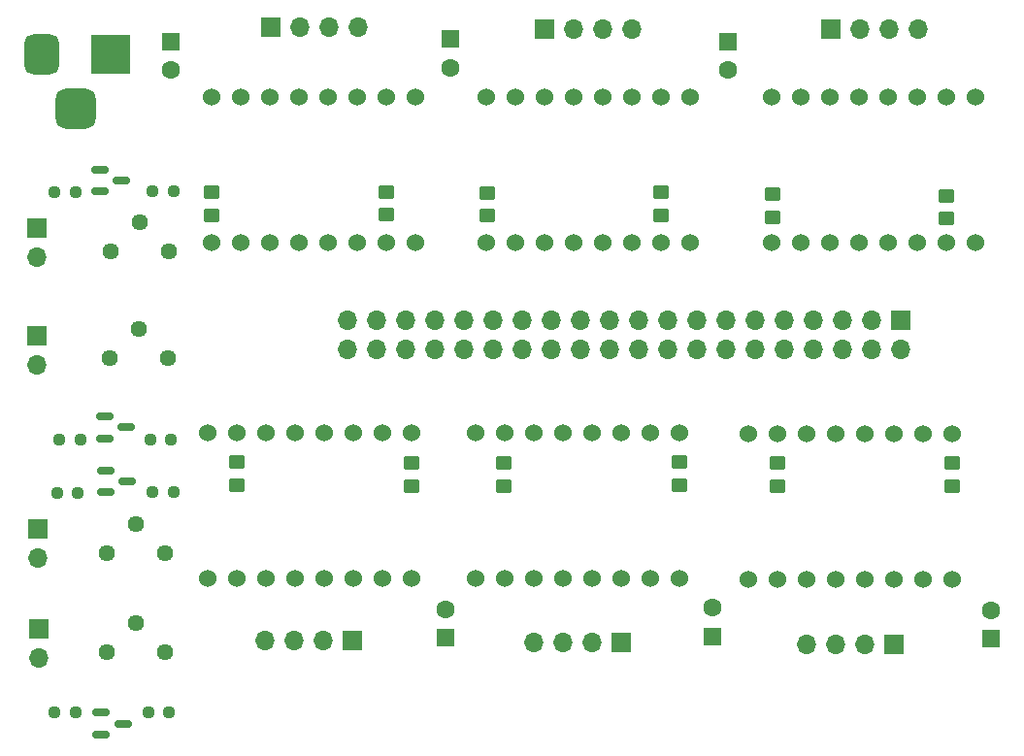
<source format=gts>
G04 #@! TF.GenerationSoftware,KiCad,Pcbnew,(6.0.7)*
G04 #@! TF.CreationDate,2023-03-01T16:32:28+09:00*
G04 #@! TF.ProjectId,main,6d61696e-2e6b-4696-9361-645f70636258,rev?*
G04 #@! TF.SameCoordinates,Original*
G04 #@! TF.FileFunction,Soldermask,Top*
G04 #@! TF.FilePolarity,Negative*
%FSLAX46Y46*%
G04 Gerber Fmt 4.6, Leading zero omitted, Abs format (unit mm)*
G04 Created by KiCad (PCBNEW (6.0.7)) date 2023-03-01 16:32:28*
%MOMM*%
%LPD*%
G01*
G04 APERTURE LIST*
G04 Aperture macros list*
%AMRoundRect*
0 Rectangle with rounded corners*
0 $1 Rounding radius*
0 $2 $3 $4 $5 $6 $7 $8 $9 X,Y pos of 4 corners*
0 Add a 4 corners polygon primitive as box body*
4,1,4,$2,$3,$4,$5,$6,$7,$8,$9,$2,$3,0*
0 Add four circle primitives for the rounded corners*
1,1,$1+$1,$2,$3*
1,1,$1+$1,$4,$5*
1,1,$1+$1,$6,$7*
1,1,$1+$1,$8,$9*
0 Add four rect primitives between the rounded corners*
20,1,$1+$1,$2,$3,$4,$5,0*
20,1,$1+$1,$4,$5,$6,$7,0*
20,1,$1+$1,$6,$7,$8,$9,0*
20,1,$1+$1,$8,$9,$2,$3,0*%
G04 Aperture macros list end*
%ADD10R,3.500000X3.500000*%
%ADD11RoundRect,0.750000X-0.750000X-1.000000X0.750000X-1.000000X0.750000X1.000000X-0.750000X1.000000X0*%
%ADD12RoundRect,0.875000X-0.875000X-0.875000X0.875000X-0.875000X0.875000X0.875000X-0.875000X0.875000X0*%
%ADD13RoundRect,0.250000X0.450000X-0.350000X0.450000X0.350000X-0.450000X0.350000X-0.450000X-0.350000X0*%
%ADD14RoundRect,0.237500X0.250000X0.237500X-0.250000X0.237500X-0.250000X-0.237500X0.250000X-0.237500X0*%
%ADD15RoundRect,0.150000X-0.587500X-0.150000X0.587500X-0.150000X0.587500X0.150000X-0.587500X0.150000X0*%
%ADD16RoundRect,0.237500X-0.250000X-0.237500X0.250000X-0.237500X0.250000X0.237500X-0.250000X0.237500X0*%
%ADD17R,1.700000X1.700000*%
%ADD18O,1.700000X1.700000*%
%ADD19RoundRect,0.250000X-0.450000X0.350000X-0.450000X-0.350000X0.450000X-0.350000X0.450000X0.350000X0*%
%ADD20C,1.440000*%
%ADD21R,1.600000X1.600000*%
%ADD22C,1.600000*%
%ADD23C,1.524000*%
G04 APERTURE END LIST*
D10*
X108775000Y-74867500D03*
D11*
X102775000Y-74867500D03*
D12*
X105775000Y-79567500D03*
D13*
X158425000Y-112425000D03*
X158425000Y-110425000D03*
D14*
X106162500Y-108500000D03*
X104337500Y-108500000D03*
D15*
X107987500Y-132300000D03*
X107987500Y-134200000D03*
X109862500Y-133250000D03*
X108362500Y-111175000D03*
X108362500Y-113075000D03*
X110237500Y-112125000D03*
D16*
X112462500Y-113025000D03*
X114287500Y-113025000D03*
X103912500Y-86850000D03*
X105737500Y-86850000D03*
X112250000Y-108500000D03*
X114075000Y-108500000D03*
D14*
X114262500Y-86800000D03*
X112437500Y-86800000D03*
D17*
X102350000Y-90000000D03*
D18*
X102350000Y-92540000D03*
D19*
X141625000Y-86950000D03*
X141625000Y-88950000D03*
D13*
X156775000Y-88875000D03*
X156775000Y-86875000D03*
D14*
X113887500Y-132275000D03*
X112062500Y-132275000D03*
D13*
X181700000Y-89200000D03*
X181700000Y-87200000D03*
D20*
X113575000Y-118350000D03*
X111035000Y-115810000D03*
X108495000Y-118350000D03*
D19*
X119825000Y-110450000D03*
X119825000Y-112450000D03*
D21*
X162675000Y-73725000D03*
D22*
X162675000Y-76225000D03*
D23*
X141560000Y-91275000D03*
X144100000Y-91275000D03*
X146640000Y-91275000D03*
X149180000Y-91275000D03*
X151720000Y-91275000D03*
X154260000Y-91275000D03*
X156800000Y-91275000D03*
X159340000Y-91275000D03*
X141560000Y-78575000D03*
X144100000Y-78575000D03*
X146640000Y-78575000D03*
X149180000Y-78575000D03*
X151720000Y-78575000D03*
X154260000Y-78575000D03*
X156800000Y-78575000D03*
X159340000Y-78575000D03*
D13*
X132850000Y-88850000D03*
X132850000Y-86850000D03*
D21*
X161275000Y-125655100D03*
D22*
X161275000Y-123155100D03*
D16*
X103912500Y-132275000D03*
X105737500Y-132275000D03*
D20*
X113575000Y-127000000D03*
X111035000Y-124460000D03*
X108495000Y-127000000D03*
D23*
X117630000Y-91275000D03*
X120170000Y-91275000D03*
X122710000Y-91275000D03*
X125250000Y-91275000D03*
X127790000Y-91275000D03*
X130330000Y-91275000D03*
X132870000Y-91275000D03*
X135410000Y-91275000D03*
X117630000Y-78575000D03*
X120170000Y-78575000D03*
X122710000Y-78575000D03*
X125250000Y-78575000D03*
X127790000Y-78575000D03*
X130330000Y-78575000D03*
X132870000Y-78575000D03*
X135410000Y-78575000D03*
D15*
X107837500Y-84925000D03*
X107837500Y-86825000D03*
X109712500Y-85875000D03*
D17*
X102450000Y-116300000D03*
D18*
X102450000Y-118840000D03*
D19*
X166925000Y-110500000D03*
X166925000Y-112500000D03*
D23*
X135025000Y-107900000D03*
X132485000Y-107900000D03*
X129945000Y-107900000D03*
X127405000Y-107900000D03*
X124865000Y-107900000D03*
X122325000Y-107900000D03*
X119785000Y-107900000D03*
X117245000Y-107900000D03*
X135025000Y-120600000D03*
X132485000Y-120600000D03*
X129945000Y-120600000D03*
X127405000Y-120600000D03*
X124865000Y-120600000D03*
X122325000Y-120600000D03*
X119785000Y-120600000D03*
X117245000Y-120600000D03*
D15*
X108312500Y-106450000D03*
X108312500Y-108350000D03*
X110187500Y-107400000D03*
D23*
X166475000Y-91275000D03*
X169015000Y-91275000D03*
X171555000Y-91275000D03*
X174095000Y-91275000D03*
X176635000Y-91275000D03*
X179175000Y-91275000D03*
X181715000Y-91275000D03*
X184255000Y-91275000D03*
X166475000Y-78575000D03*
X169015000Y-78575000D03*
X171555000Y-78575000D03*
X174095000Y-78575000D03*
X176635000Y-78575000D03*
X179175000Y-78575000D03*
X181715000Y-78575000D03*
X184255000Y-78575000D03*
D13*
X135025000Y-112525000D03*
X135025000Y-110525000D03*
D21*
X185550000Y-125855100D03*
D22*
X185550000Y-123355100D03*
D19*
X143125000Y-110525000D03*
X143125000Y-112525000D03*
D23*
X158410000Y-107850000D03*
X155870000Y-107850000D03*
X153330000Y-107850000D03*
X150790000Y-107850000D03*
X148250000Y-107850000D03*
X145710000Y-107850000D03*
X143170000Y-107850000D03*
X140630000Y-107850000D03*
X158410000Y-120550000D03*
X155870000Y-120550000D03*
X153330000Y-120550000D03*
X150790000Y-120550000D03*
X148250000Y-120550000D03*
X145710000Y-120550000D03*
X143170000Y-120550000D03*
X140630000Y-120550000D03*
D17*
X102350000Y-99375000D03*
D18*
X102350000Y-101915000D03*
D13*
X182200000Y-112500000D03*
X182200000Y-110500000D03*
D16*
X104112500Y-113125000D03*
X105937500Y-113125000D03*
D20*
X113825000Y-101400000D03*
X111285000Y-98860000D03*
X108745000Y-101400000D03*
D17*
X102550000Y-124975000D03*
D18*
X102550000Y-127515000D03*
D19*
X117625000Y-86875000D03*
X117625000Y-88875000D03*
D20*
X113850000Y-92025000D03*
X111310000Y-89485000D03*
X108770000Y-92025000D03*
D21*
X138425000Y-73544900D03*
D22*
X138425000Y-76044900D03*
D17*
X177700000Y-98025000D03*
D18*
X177700000Y-100565000D03*
X175160000Y-98025000D03*
X175160000Y-100565000D03*
X172620000Y-98025000D03*
X172620000Y-100565000D03*
X170080000Y-98025000D03*
X170080000Y-100565000D03*
X167540000Y-98025000D03*
X167540000Y-100565000D03*
X165000000Y-98025000D03*
X165000000Y-100565000D03*
X162460000Y-98025000D03*
X162460000Y-100565000D03*
X159920000Y-98025000D03*
X159920000Y-100565000D03*
X157380000Y-98025000D03*
X157380000Y-100565000D03*
X154840000Y-98025000D03*
X154840000Y-100565000D03*
X152300000Y-98025000D03*
X152300000Y-100565000D03*
X149760000Y-98025000D03*
X149760000Y-100565000D03*
X147220000Y-98025000D03*
X147220000Y-100565000D03*
X144680000Y-98025000D03*
X144680000Y-100565000D03*
X142140000Y-98025000D03*
X142140000Y-100565000D03*
X139600000Y-98025000D03*
X139600000Y-100565000D03*
X137060000Y-98025000D03*
X137060000Y-100565000D03*
X134520000Y-98025000D03*
X134520000Y-100565000D03*
X131980000Y-98025000D03*
X131980000Y-100565000D03*
X129440000Y-98025000D03*
X129440000Y-100565000D03*
D21*
X114075000Y-73744900D03*
D22*
X114075000Y-76244900D03*
D19*
X166525000Y-87075000D03*
X166525000Y-89075000D03*
D21*
X138050000Y-125755100D03*
D22*
X138050000Y-123255100D03*
D23*
X182165000Y-107975000D03*
X179625000Y-107975000D03*
X177085000Y-107975000D03*
X174545000Y-107975000D03*
X172005000Y-107975000D03*
X169465000Y-107975000D03*
X166925000Y-107975000D03*
X164385000Y-107975000D03*
X182165000Y-120675000D03*
X179625000Y-120675000D03*
X177085000Y-120675000D03*
X174545000Y-120675000D03*
X172005000Y-120675000D03*
X169465000Y-120675000D03*
X166925000Y-120675000D03*
X164385000Y-120675000D03*
D17*
X129900000Y-126000000D03*
D18*
X127360000Y-126000000D03*
X124820000Y-126000000D03*
X122280000Y-126000000D03*
D17*
X122750000Y-72525000D03*
D18*
X125290000Y-72525000D03*
X127830000Y-72525000D03*
X130370000Y-72525000D03*
D17*
X146625000Y-72650000D03*
D18*
X149165000Y-72650000D03*
X151705000Y-72650000D03*
X154245000Y-72650000D03*
D17*
X177100000Y-126300000D03*
D18*
X174560000Y-126300000D03*
X172020000Y-126300000D03*
X169480000Y-126300000D03*
D17*
X153350000Y-126200000D03*
D18*
X150810000Y-126200000D03*
X148270000Y-126200000D03*
X145730000Y-126200000D03*
D17*
X171650000Y-72625000D03*
D18*
X174190000Y-72625000D03*
X176730000Y-72625000D03*
X179270000Y-72625000D03*
M02*

</source>
